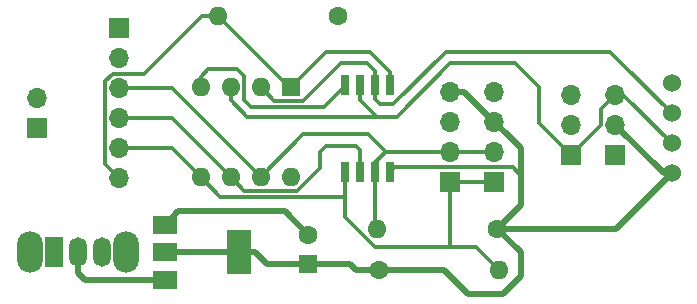
<source format=gbr>
%TF.GenerationSoftware,KiCad,Pcbnew,(5.1.9-0-10_14)*%
%TF.CreationDate,2021-08-17T09:45:53+08:00*%
%TF.ProjectId,arduino_oled_sonic,61726475-696e-46f5-9f6f-6c65645f736f,rev?*%
%TF.SameCoordinates,Original*%
%TF.FileFunction,Copper,L1,Top*%
%TF.FilePolarity,Positive*%
%FSLAX46Y46*%
G04 Gerber Fmt 4.6, Leading zero omitted, Abs format (unit mm)*
G04 Created by KiCad (PCBNEW (5.1.9-0-10_14)) date 2021-08-17 09:45:53*
%MOMM*%
%LPD*%
G01*
G04 APERTURE LIST*
%TA.AperFunction,ComponentPad*%
%ADD10O,1.600000X1.600000*%
%TD*%
%TA.AperFunction,ComponentPad*%
%ADD11C,1.600000*%
%TD*%
%TA.AperFunction,ComponentPad*%
%ADD12O,2.200000X3.500000*%
%TD*%
%TA.AperFunction,ComponentPad*%
%ADD13O,1.500000X2.500000*%
%TD*%
%TA.AperFunction,ComponentPad*%
%ADD14R,1.500000X2.500000*%
%TD*%
%TA.AperFunction,ComponentPad*%
%ADD15R,1.600000X1.600000*%
%TD*%
%TA.AperFunction,SMDPad,CuDef*%
%ADD16R,0.650000X1.700000*%
%TD*%
%TA.AperFunction,SMDPad,CuDef*%
%ADD17R,2.000000X1.500000*%
%TD*%
%TA.AperFunction,SMDPad,CuDef*%
%ADD18R,2.000000X3.800000*%
%TD*%
%TA.AperFunction,ComponentPad*%
%ADD19O,1.700000X1.700000*%
%TD*%
%TA.AperFunction,ComponentPad*%
%ADD20R,1.700000X1.700000*%
%TD*%
%TA.AperFunction,ComponentPad*%
%ADD21C,1.530000*%
%TD*%
%TA.AperFunction,Conductor*%
%ADD22C,0.500000*%
%TD*%
%TA.AperFunction,Conductor*%
%ADD23C,0.300000*%
%TD*%
G04 APERTURE END LIST*
D10*
%TO.P,R3,2*%
%TO.N,/RST*%
X137338000Y-88865000D03*
D11*
%TO.P,R3,1*%
%TO.N,+5V*%
X147498000Y-88865000D03*
%TD*%
D10*
%TO.P,R2,2*%
%TO.N,/SDA*%
X161158000Y-110365000D03*
D11*
%TO.P,R2,1*%
%TO.N,+5V*%
X150998000Y-110365000D03*
%TD*%
D10*
%TO.P,R1,2*%
%TO.N,/SCL*%
X150838000Y-106865000D03*
D11*
%TO.P,R1,1*%
%TO.N,+5V*%
X160998000Y-106865000D03*
%TD*%
D12*
%TO.P,SW1,*%
%TO.N,*%
X129598000Y-108865000D03*
X121398000Y-108865000D03*
D13*
%TO.P,SW1,3*%
%TO.N,N/C*%
X127498000Y-108865000D03*
%TO.P,SW1,2*%
%TO.N,Net-(SW1-Pad2)*%
X125498000Y-108865000D03*
D14*
%TO.P,SW1,1*%
%TO.N,Net-(J4-Pad1)*%
X123498000Y-108865000D03*
%TD*%
D10*
%TO.P,U4,8*%
%TO.N,+5V*%
X143498000Y-102485000D03*
%TO.P,U4,4*%
%TO.N,GND*%
X135878000Y-94865000D03*
%TO.P,U4,7*%
%TO.N,/SCL*%
X140958000Y-102485000D03*
%TO.P,U4,3*%
%TO.N,/Trig*%
X138418000Y-94865000D03*
%TO.P,U4,6*%
%TO.N,/MISO*%
X138418000Y-102485000D03*
%TO.P,U4,2*%
%TO.N,/Echo*%
X140958000Y-94865000D03*
%TO.P,U4,5*%
%TO.N,/SDA*%
X135878000Y-102485000D03*
D15*
%TO.P,U4,1*%
%TO.N,/RST*%
X143498000Y-94865000D03*
%TD*%
D16*
%TO.P,U3,8*%
%TO.N,+5V*%
X151903000Y-102015000D03*
%TO.P,U3,7*%
%TO.N,/SCL*%
X150633000Y-102015000D03*
%TO.P,U3,6*%
%TO.N,/MISO*%
X149363000Y-102015000D03*
%TO.P,U3,5*%
%TO.N,/SDA*%
X148093000Y-102015000D03*
%TO.P,U3,4*%
%TO.N,GND*%
X148093000Y-94715000D03*
%TO.P,U3,3*%
%TO.N,/Trig*%
X149363000Y-94715000D03*
%TO.P,U3,2*%
%TO.N,/Echo*%
X150633000Y-94715000D03*
%TO.P,U3,1*%
%TO.N,/RST*%
X151903000Y-94715000D03*
%TD*%
D17*
%TO.P,U2,1*%
%TO.N,GND*%
X132848000Y-106565000D03*
%TO.P,U2,3*%
%TO.N,Net-(SW1-Pad2)*%
X132848000Y-111165000D03*
%TO.P,U2,2*%
%TO.N,+5V*%
X132848000Y-108865000D03*
D18*
X139148000Y-108865000D03*
%TD*%
D19*
%TO.P,J6,6*%
%TO.N,/RST*%
X128998000Y-102565000D03*
%TO.P,J6,5*%
%TO.N,/SDA*%
X128998000Y-100025000D03*
%TO.P,J6,4*%
%TO.N,/MISO*%
X128998000Y-97485000D03*
%TO.P,J6,3*%
%TO.N,/SCL*%
X128998000Y-94945000D03*
%TO.P,J6,2*%
%TO.N,GND*%
X128998000Y-92405000D03*
D20*
%TO.P,J6,1*%
%TO.N,+5V*%
X128998000Y-89865000D03*
%TD*%
D19*
%TO.P,J5,4*%
%TO.N,+5V*%
X156998000Y-95245000D03*
%TO.P,J5,3*%
%TO.N,GND*%
X156998000Y-97785000D03*
%TO.P,J5,2*%
%TO.N,/SCL*%
X156998000Y-100325000D03*
D20*
%TO.P,J5,1*%
%TO.N,/SDA*%
X156998000Y-102865000D03*
%TD*%
D19*
%TO.P,J4,2*%
%TO.N,GND*%
X121998000Y-95825000D03*
D20*
%TO.P,J4,1*%
%TO.N,Net-(J4-Pad1)*%
X121998000Y-98365000D03*
%TD*%
D11*
%TO.P,C1,2*%
%TO.N,GND*%
X144998000Y-107365000D03*
D15*
%TO.P,C1,1*%
%TO.N,+5V*%
X144998000Y-109865000D03*
%TD*%
D19*
%TO.P,J3,3*%
%TO.N,GND*%
X167248000Y-95535000D03*
%TO.P,J3,2*%
%TO.N,+5V*%
X167248000Y-98075000D03*
D20*
%TO.P,J3,1*%
%TO.N,/Trig*%
X167248000Y-100615000D03*
%TD*%
D19*
%TO.P,J2,3*%
%TO.N,/Trig*%
X170998000Y-95535000D03*
%TO.P,J2,2*%
%TO.N,+5V*%
X170998000Y-98075000D03*
D20*
%TO.P,J2,1*%
%TO.N,GND*%
X170998000Y-100615000D03*
%TD*%
D19*
%TO.P,J1,4*%
%TO.N,GND*%
X160748000Y-95245000D03*
%TO.P,J1,3*%
%TO.N,+5V*%
X160748000Y-97785000D03*
%TO.P,J1,2*%
%TO.N,/SCL*%
X160748000Y-100325000D03*
D20*
%TO.P,J1,1*%
%TO.N,/SDA*%
X160748000Y-102865000D03*
%TD*%
D21*
%TO.P,U1,2*%
%TO.N,/Trig*%
X175748000Y-99635000D03*
%TO.P,U1,3*%
%TO.N,/Echo*%
X175748000Y-97095000D03*
%TO.P,U1,4*%
%TO.N,GND*%
X175748000Y-94555000D03*
%TO.P,U1,1*%
%TO.N,+5V*%
X175748000Y-102175000D03*
%TD*%
D22*
%TO.N,+5V*%
X132848000Y-108865000D02*
X139148000Y-108865000D01*
X139148000Y-108865000D02*
X140498000Y-108865000D01*
X141498000Y-109865000D02*
X144998000Y-109865000D01*
X140498000Y-108865000D02*
X141498000Y-109865000D01*
X144998000Y-109865000D02*
X148498000Y-109865000D01*
X148998000Y-110365000D02*
X150998000Y-110365000D01*
X148498000Y-109865000D02*
X148998000Y-110365000D01*
X150998000Y-110365000D02*
X156498000Y-110365000D01*
X156498000Y-110365000D02*
X158498000Y-112365000D01*
X158498000Y-112365000D02*
X161498000Y-112365000D01*
X161498000Y-112365000D02*
X162998000Y-110865000D01*
X162998000Y-108865000D02*
X160998000Y-106865000D01*
X162998000Y-110865000D02*
X162998000Y-108865000D01*
D23*
X152253001Y-101664999D02*
X162297999Y-101664999D01*
X151903000Y-102015000D02*
X152253001Y-101664999D01*
X162297999Y-101664999D02*
X162998000Y-102365000D01*
D22*
X171058000Y-106865000D02*
X175748000Y-102175000D01*
X160998000Y-106865000D02*
X171058000Y-106865000D01*
X175098000Y-102175000D02*
X175748000Y-102175000D01*
X170998000Y-98075000D02*
X175098000Y-102175000D01*
X162998000Y-104865000D02*
X160998000Y-106865000D01*
X162998000Y-102365000D02*
X162998000Y-104865000D01*
X158208000Y-95245000D02*
X160748000Y-97785000D01*
X156998000Y-95245000D02*
X158208000Y-95245000D01*
X161913000Y-98950000D02*
X160748000Y-97785000D01*
X162998000Y-100035000D02*
X161913000Y-98950000D01*
X162998000Y-102365000D02*
X162998000Y-100035000D01*
%TO.N,GND*%
X132848000Y-106565000D02*
X132848000Y-106515000D01*
X132848000Y-106515000D02*
X133998000Y-105365000D01*
X142998000Y-105365000D02*
X144998000Y-107365000D01*
X133998000Y-105365000D02*
X142998000Y-105365000D01*
D23*
X148093000Y-94770000D02*
X148093000Y-94715000D01*
X146347988Y-96515012D02*
X148093000Y-94770000D01*
X140148012Y-96515012D02*
X146347988Y-96515012D01*
X139568001Y-95935001D02*
X140148012Y-96515012D01*
X139568001Y-93935001D02*
X139568001Y-95935001D01*
X138998000Y-93365000D02*
X139568001Y-93935001D01*
X136498000Y-93365000D02*
X138998000Y-93365000D01*
X135878000Y-93985000D02*
X136498000Y-93365000D01*
X135878000Y-94865000D02*
X135878000Y-93985000D01*
%TO.N,/SCL*%
X150633000Y-106660000D02*
X150838000Y-106865000D01*
X150633000Y-102015000D02*
X150633000Y-106660000D01*
X160748000Y-100325000D02*
X151538000Y-100325000D01*
X150633000Y-101230000D02*
X150633000Y-102015000D01*
X151538000Y-100325000D02*
X150633000Y-101230000D01*
X133418000Y-94945000D02*
X140958000Y-102485000D01*
X128998000Y-94945000D02*
X133418000Y-94945000D01*
X140958000Y-102485000D02*
X144578010Y-98864990D01*
X144578010Y-98864990D02*
X150077990Y-98864990D01*
X150077990Y-98864990D02*
X151538000Y-100325000D01*
%TO.N,/SDA*%
X156998000Y-102865000D02*
X160748000Y-102865000D01*
X148093000Y-105822002D02*
X150635998Y-108365000D01*
X159158000Y-108365000D02*
X161158000Y-110365000D01*
X156998000Y-102865000D02*
X156998000Y-108365000D01*
X156998000Y-108365000D02*
X159158000Y-108365000D01*
X150635998Y-108365000D02*
X156998000Y-108365000D01*
X133418000Y-100025000D02*
X135878000Y-102485000D01*
X128998000Y-100025000D02*
X133418000Y-100025000D01*
X148093000Y-103960000D02*
X148093000Y-105822002D01*
X148093000Y-102015000D02*
X148093000Y-103960000D01*
X147917985Y-104135015D02*
X148093000Y-103960000D01*
X137528016Y-104135015D02*
X147917985Y-104135015D01*
X135878000Y-102485000D02*
X137528016Y-104135015D01*
%TO.N,/Trig*%
X169797999Y-98065001D02*
X167248000Y-100615000D01*
X169797999Y-96735001D02*
X169797999Y-98065001D01*
X170998000Y-95535000D02*
X169797999Y-96735001D01*
X171648000Y-95535000D02*
X170998000Y-95535000D01*
X175748000Y-99635000D02*
X171648000Y-95535000D01*
X149363000Y-94715000D02*
X149363000Y-95937122D01*
X149363000Y-95937122D02*
X150790889Y-97365011D01*
X150790889Y-97365011D02*
X150998011Y-97365011D01*
X164498000Y-97865000D02*
X167248000Y-100615000D01*
X162498000Y-92865000D02*
X164498000Y-94865000D01*
X156998000Y-92865000D02*
X162498000Y-92865000D01*
X152497989Y-97365011D02*
X156998000Y-92865000D01*
X164498000Y-94865000D02*
X164498000Y-97865000D01*
X150998011Y-97365011D02*
X152497989Y-97365011D01*
X138418000Y-94865000D02*
X138418000Y-95996370D01*
X138418000Y-95996370D02*
X139786641Y-97365011D01*
X139786641Y-97365011D02*
X150998011Y-97365011D01*
%TO.N,/RST*%
X151903000Y-93565000D02*
X150203000Y-91865000D01*
X151903000Y-94715000D02*
X151903000Y-93565000D01*
X146498000Y-91865000D02*
X143498000Y-94865000D01*
X150203000Y-91865000D02*
X146498000Y-91865000D01*
X143338000Y-94865000D02*
X143498000Y-94865000D01*
X137338000Y-88865000D02*
X143338000Y-94865000D01*
X128421999Y-93744999D02*
X131118001Y-93744999D01*
X127797999Y-94368999D02*
X128421999Y-93744999D01*
X127797999Y-101364999D02*
X127797999Y-94368999D01*
X128998000Y-102565000D02*
X127797999Y-101364999D01*
X135998000Y-88865000D02*
X137338000Y-88865000D01*
X131118001Y-93744999D02*
X135998000Y-88865000D01*
%TO.N,/MISO*%
X133418000Y-97485000D02*
X138418000Y-102485000D01*
X128998000Y-97485000D02*
X133418000Y-97485000D01*
X144050001Y-103635001D02*
X145998000Y-101687002D01*
X139568001Y-103635001D02*
X144050001Y-103635001D01*
X138418000Y-102485000D02*
X139568001Y-103635001D01*
X145998000Y-101687002D02*
X145998000Y-100365000D01*
X145998000Y-100365000D02*
X146498000Y-99865000D01*
X146498000Y-99865000D02*
X148998000Y-99865000D01*
X149363000Y-100230000D02*
X149363000Y-102015000D01*
X148998000Y-99865000D02*
X149363000Y-100230000D01*
D22*
%TO.N,Net-(SW1-Pad2)*%
X125498000Y-110615000D02*
X125498000Y-108865000D01*
X126048000Y-111165000D02*
X125498000Y-110615000D01*
X132848000Y-111165000D02*
X126048000Y-111165000D01*
D23*
%TO.N,/Echo*%
X149998000Y-92865000D02*
X150633000Y-93500000D01*
X147728002Y-92865000D02*
X149998000Y-92865000D01*
X150633000Y-93500000D02*
X150633000Y-94715000D01*
X144578001Y-96015001D02*
X147728002Y-92865000D01*
X142108001Y-96015001D02*
X144578001Y-96015001D01*
X140958000Y-94865000D02*
X142108001Y-96015001D01*
X170518000Y-91865000D02*
X171508000Y-92855000D01*
X171508000Y-92855000D02*
X175748000Y-97095000D01*
X156633000Y-91865000D02*
X170518000Y-91865000D01*
X152200500Y-96297500D02*
X156633000Y-91865000D01*
X151065500Y-96297500D02*
X152200500Y-96297500D01*
X150633000Y-95865000D02*
X151065500Y-96297500D01*
X150633000Y-94715000D02*
X150633000Y-95865000D01*
%TD*%
M02*

</source>
